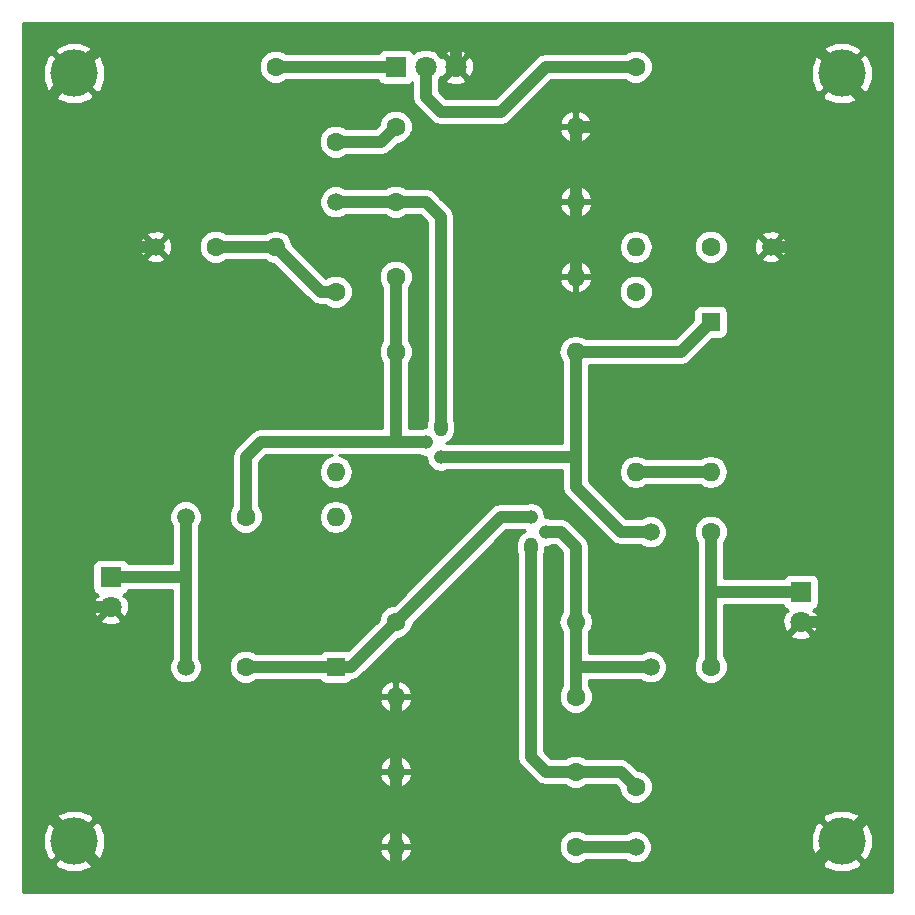
<source format=gbr>
G04 #@! TF.FileFunction,Copper,L2,Bot,Signal*
%FSLAX46Y46*%
G04 Gerber Fmt 4.6, Leading zero omitted, Abs format (unit mm)*
G04 Created by KiCad (PCBNEW 4.0.7) date 04/29/18 15:17:50*
%MOMM*%
%LPD*%
G01*
G04 APERTURE LIST*
%ADD10C,0.100000*%
%ADD11C,1.600000*%
%ADD12C,1.500000*%
%ADD13R,1.600000X1.600000*%
%ADD14O,1.600000X1.600000*%
%ADD15C,4.000000*%
%ADD16R,1.800000X1.800000*%
%ADD17C,1.800000*%
%ADD18O,1.200000X1.600000*%
%ADD19O,1.200000X1.200000*%
%ADD20C,1.000000*%
%ADD21C,0.254000*%
G04 APERTURE END LIST*
D10*
D11*
X125730000Y-91440000D03*
D12*
X120650000Y-91440000D03*
D11*
X125730000Y-104140000D03*
D12*
X120650000Y-104140000D03*
D11*
X165100000Y-68580000D03*
D12*
X170180000Y-68580000D03*
D11*
X123190000Y-68580000D03*
D12*
X118110000Y-68580000D03*
D11*
X158750000Y-114300000D03*
D12*
X158750000Y-119380000D03*
D11*
X133350000Y-59690000D03*
D12*
X133350000Y-64770000D03*
D11*
X165100000Y-92710000D03*
D12*
X160020000Y-92710000D03*
D11*
X165100000Y-104140000D03*
D12*
X160020000Y-104140000D03*
D13*
X165100000Y-74930000D03*
D14*
X165100000Y-87630000D03*
D13*
X133350000Y-104140000D03*
D14*
X133350000Y-91440000D03*
D15*
X111200000Y-118890000D03*
X176200000Y-118890000D03*
X111200000Y-53890000D03*
X176200000Y-53890000D03*
D16*
X138430000Y-53340000D03*
D17*
X140970000Y-53340000D03*
X143510000Y-53340000D03*
D16*
X114300000Y-96520000D03*
D17*
X114300000Y-99060000D03*
D16*
X172720000Y-97790000D03*
D17*
X172720000Y-100330000D03*
D18*
X142240000Y-83820000D03*
D19*
X140970000Y-85090000D03*
X142240000Y-86360000D03*
D18*
X149860000Y-93980000D03*
D19*
X151130000Y-92710000D03*
X149860000Y-91440000D03*
D11*
X158750000Y-53340000D03*
D14*
X158750000Y-68580000D03*
D11*
X128270000Y-53340000D03*
D14*
X128270000Y-68580000D03*
D11*
X138430000Y-71120000D03*
D14*
X153670000Y-71120000D03*
D11*
X153670000Y-119380000D03*
D14*
X138430000Y-119380000D03*
D11*
X158750000Y-72390000D03*
D14*
X158750000Y-87630000D03*
D11*
X138430000Y-77470000D03*
D14*
X153670000Y-77470000D03*
D11*
X133350000Y-72390000D03*
D14*
X133350000Y-87630000D03*
D11*
X138430000Y-64770000D03*
D14*
X153670000Y-64770000D03*
D11*
X153670000Y-113030000D03*
D14*
X138430000Y-113030000D03*
D11*
X138430000Y-100330000D03*
D14*
X153670000Y-100330000D03*
D11*
X138430000Y-58420000D03*
D14*
X153670000Y-58420000D03*
D11*
X153670000Y-106680000D03*
D14*
X138430000Y-106680000D03*
D20*
X138430000Y-77470000D02*
X138430000Y-85090000D01*
X125730000Y-91440000D02*
X125730000Y-86360000D01*
X125730000Y-86360000D02*
X127000000Y-85090000D01*
X127000000Y-85090000D02*
X138430000Y-85090000D01*
X138430000Y-85090000D02*
X140970000Y-85090000D01*
X138430000Y-77470000D02*
X138430000Y-71120000D01*
X120650000Y-96520000D02*
X120650000Y-104140000D01*
X114300000Y-96520000D02*
X120650000Y-96520000D01*
X120650000Y-96520000D02*
X120650000Y-91440000D01*
X149860000Y-91440000D02*
X147320000Y-91440000D01*
X147320000Y-91440000D02*
X138430000Y-100330000D01*
X133350000Y-104140000D02*
X134620000Y-104140000D01*
X134620000Y-104140000D02*
X138430000Y-100330000D01*
X125730000Y-104140000D02*
X133350000Y-104140000D01*
X153670000Y-58420000D02*
X162560000Y-58420000D01*
X163830000Y-57150000D02*
X163830000Y-50800000D01*
X162560000Y-58420000D02*
X163830000Y-57150000D01*
X153670000Y-58420000D02*
X153670000Y-64770000D01*
X153670000Y-71120000D02*
X153670000Y-64770000D01*
X118110000Y-68580000D02*
X107950000Y-68580000D01*
X143510000Y-53340000D02*
X143510000Y-50800000D01*
X170180000Y-68580000D02*
X179070000Y-68580000D01*
X138430000Y-106680000D02*
X138430000Y-113030000D01*
X138430000Y-113030000D02*
X138430000Y-119380000D01*
X138430000Y-119380000D02*
X138430000Y-121920000D01*
X114300000Y-99060000D02*
X107950000Y-99060000D01*
X172720000Y-100330000D02*
X179070000Y-100330000D01*
X111200000Y-118890000D02*
X111200000Y-118820000D01*
X111200000Y-118820000D02*
X107950000Y-115570000D01*
X107950000Y-57140000D02*
X111200000Y-53890000D01*
X107950000Y-115570000D02*
X107950000Y-99060000D01*
X107950000Y-99060000D02*
X107950000Y-68580000D01*
X107950000Y-68580000D02*
X107950000Y-57140000D01*
X176200000Y-118890000D02*
X175750000Y-118890000D01*
X175750000Y-118890000D02*
X172720000Y-121920000D01*
X114230000Y-121920000D02*
X111200000Y-118890000D01*
X172720000Y-121920000D02*
X138430000Y-121920000D01*
X138430000Y-121920000D02*
X114230000Y-121920000D01*
X176200000Y-53890000D02*
X176200000Y-54280000D01*
X176200000Y-54280000D02*
X179070000Y-57150000D01*
X179070000Y-116020000D02*
X176200000Y-118890000D01*
X179070000Y-57150000D02*
X179070000Y-68580000D01*
X179070000Y-68580000D02*
X179070000Y-100330000D01*
X179070000Y-100330000D02*
X179070000Y-116020000D01*
X111200000Y-53890000D02*
X111210000Y-53890000D01*
X111210000Y-53890000D02*
X114300000Y-50800000D01*
X114300000Y-50800000D02*
X143510000Y-50800000D01*
X143510000Y-50800000D02*
X163830000Y-50800000D01*
X163830000Y-50800000D02*
X173110000Y-50800000D01*
X173110000Y-50800000D02*
X176200000Y-53890000D01*
X123190000Y-68580000D02*
X128270000Y-68580000D01*
X133350000Y-72390000D02*
X132080000Y-72390000D01*
X132080000Y-72390000D02*
X128270000Y-68580000D01*
X153670000Y-113030000D02*
X157480000Y-113030000D01*
X157480000Y-113030000D02*
X158750000Y-114300000D01*
X149860000Y-93980000D02*
X149860000Y-111760000D01*
X151130000Y-113030000D02*
X153670000Y-113030000D01*
X149860000Y-111760000D02*
X151130000Y-113030000D01*
X158750000Y-119380000D02*
X153670000Y-119380000D01*
X133350000Y-59690000D02*
X137160000Y-59690000D01*
X137160000Y-59690000D02*
X138430000Y-58420000D01*
X138430000Y-64770000D02*
X133350000Y-64770000D01*
X142240000Y-83820000D02*
X142240000Y-66040000D01*
X140970000Y-64770000D02*
X138430000Y-64770000D01*
X142240000Y-66040000D02*
X140970000Y-64770000D01*
X172720000Y-97790000D02*
X165100000Y-97790000D01*
X165100000Y-92710000D02*
X165100000Y-97790000D01*
X165100000Y-97790000D02*
X165100000Y-104140000D01*
X142240000Y-86360000D02*
X153670000Y-86360000D01*
X153670000Y-77470000D02*
X162560000Y-77470000D01*
X162560000Y-77470000D02*
X165100000Y-74930000D01*
X153670000Y-77470000D02*
X153670000Y-86360000D01*
X153670000Y-86360000D02*
X153670000Y-88900000D01*
X157480000Y-92710000D02*
X160020000Y-92710000D01*
X153670000Y-88900000D02*
X157480000Y-92710000D01*
X160020000Y-104140000D02*
X153670000Y-104140000D01*
X153670000Y-100330000D02*
X153670000Y-104140000D01*
X153670000Y-104140000D02*
X153670000Y-106680000D01*
X151130000Y-92710000D02*
X152400000Y-92710000D01*
X153670000Y-93980000D02*
X153670000Y-100330000D01*
X152400000Y-92710000D02*
X153670000Y-93980000D01*
X158750000Y-87630000D02*
X165100000Y-87630000D01*
X138430000Y-53340000D02*
X128270000Y-53340000D01*
X140970000Y-53340000D02*
X140970000Y-55880000D01*
X151130000Y-53340000D02*
X158750000Y-53340000D01*
X147320000Y-57150000D02*
X151130000Y-53340000D01*
X142240000Y-57150000D02*
X147320000Y-57150000D01*
X140970000Y-55880000D02*
X142240000Y-57150000D01*
D21*
G36*
X180490000Y-123180000D02*
X106910000Y-123180000D01*
X106910000Y-120765022D01*
X109504584Y-120765022D01*
X109725353Y-121135743D01*
X110697012Y-121529119D01*
X111745247Y-121520713D01*
X112674647Y-121135743D01*
X112895416Y-120765022D01*
X111200000Y-119069605D01*
X109504584Y-120765022D01*
X106910000Y-120765022D01*
X106910000Y-118387012D01*
X108560881Y-118387012D01*
X108569287Y-119435247D01*
X108954257Y-120364647D01*
X109324978Y-120585416D01*
X111020395Y-118890000D01*
X111379605Y-118890000D01*
X113075022Y-120585416D01*
X113445743Y-120364647D01*
X113703068Y-119729039D01*
X137038096Y-119729039D01*
X137198959Y-120117423D01*
X137574866Y-120532389D01*
X138080959Y-120771914D01*
X138303000Y-120650629D01*
X138303000Y-119507000D01*
X138557000Y-119507000D01*
X138557000Y-120650629D01*
X138779041Y-120771914D01*
X139285134Y-120532389D01*
X139661041Y-120117423D01*
X139821904Y-119729039D01*
X139786275Y-119664187D01*
X152234752Y-119664187D01*
X152452757Y-120191800D01*
X152856077Y-120595824D01*
X153383309Y-120814750D01*
X153954187Y-120815248D01*
X154481800Y-120597243D01*
X154564187Y-120515000D01*
X157926042Y-120515000D01*
X157964436Y-120553461D01*
X158473298Y-120764759D01*
X159024285Y-120765240D01*
X159024812Y-120765022D01*
X174504584Y-120765022D01*
X174725353Y-121135743D01*
X175697012Y-121529119D01*
X176745247Y-121520713D01*
X177674647Y-121135743D01*
X177895416Y-120765022D01*
X176200000Y-119069605D01*
X174504584Y-120765022D01*
X159024812Y-120765022D01*
X159533515Y-120554831D01*
X159923461Y-120165564D01*
X160134759Y-119656702D01*
X160135240Y-119105715D01*
X159924831Y-118596485D01*
X159715723Y-118387012D01*
X173560881Y-118387012D01*
X173569287Y-119435247D01*
X173954257Y-120364647D01*
X174324978Y-120585416D01*
X176020395Y-118890000D01*
X176379605Y-118890000D01*
X178075022Y-120585416D01*
X178445743Y-120364647D01*
X178839119Y-119392988D01*
X178830713Y-118344753D01*
X178445743Y-117415353D01*
X178075022Y-117194584D01*
X176379605Y-118890000D01*
X176020395Y-118890000D01*
X174324978Y-117194584D01*
X173954257Y-117415353D01*
X173560881Y-118387012D01*
X159715723Y-118387012D01*
X159535564Y-118206539D01*
X159026702Y-117995241D01*
X158475715Y-117994760D01*
X157966485Y-118205169D01*
X157926585Y-118245000D01*
X154564606Y-118245000D01*
X154483923Y-118164176D01*
X153956691Y-117945250D01*
X153385813Y-117944752D01*
X152858200Y-118162757D01*
X152454176Y-118566077D01*
X152235250Y-119093309D01*
X152234752Y-119664187D01*
X139786275Y-119664187D01*
X139699915Y-119507000D01*
X138557000Y-119507000D01*
X138303000Y-119507000D01*
X137160085Y-119507000D01*
X137038096Y-119729039D01*
X113703068Y-119729039D01*
X113839119Y-119392988D01*
X113836216Y-119030961D01*
X137038096Y-119030961D01*
X137160085Y-119253000D01*
X138303000Y-119253000D01*
X138303000Y-118109371D01*
X138557000Y-118109371D01*
X138557000Y-119253000D01*
X139699915Y-119253000D01*
X139821904Y-119030961D01*
X139661041Y-118642577D01*
X139285134Y-118227611D01*
X138779041Y-117988086D01*
X138557000Y-118109371D01*
X138303000Y-118109371D01*
X138080959Y-117988086D01*
X137574866Y-118227611D01*
X137198959Y-118642577D01*
X137038096Y-119030961D01*
X113836216Y-119030961D01*
X113830713Y-118344753D01*
X113445743Y-117415353D01*
X113075022Y-117194584D01*
X111379605Y-118890000D01*
X111020395Y-118890000D01*
X109324978Y-117194584D01*
X108954257Y-117415353D01*
X108560881Y-118387012D01*
X106910000Y-118387012D01*
X106910000Y-117014978D01*
X109504584Y-117014978D01*
X111200000Y-118710395D01*
X112895416Y-117014978D01*
X174504584Y-117014978D01*
X176200000Y-118710395D01*
X177895416Y-117014978D01*
X177674647Y-116644257D01*
X176702988Y-116250881D01*
X175654753Y-116259287D01*
X174725353Y-116644257D01*
X174504584Y-117014978D01*
X112895416Y-117014978D01*
X112674647Y-116644257D01*
X111702988Y-116250881D01*
X110654753Y-116259287D01*
X109725353Y-116644257D01*
X109504584Y-117014978D01*
X106910000Y-117014978D01*
X106910000Y-113379039D01*
X137038096Y-113379039D01*
X137198959Y-113767423D01*
X137574866Y-114182389D01*
X138080959Y-114421914D01*
X138303000Y-114300629D01*
X138303000Y-113157000D01*
X138557000Y-113157000D01*
X138557000Y-114300629D01*
X138779041Y-114421914D01*
X139285134Y-114182389D01*
X139661041Y-113767423D01*
X139821904Y-113379039D01*
X139699915Y-113157000D01*
X138557000Y-113157000D01*
X138303000Y-113157000D01*
X137160085Y-113157000D01*
X137038096Y-113379039D01*
X106910000Y-113379039D01*
X106910000Y-112680961D01*
X137038096Y-112680961D01*
X137160085Y-112903000D01*
X138303000Y-112903000D01*
X138303000Y-111759371D01*
X138557000Y-111759371D01*
X138557000Y-112903000D01*
X139699915Y-112903000D01*
X139821904Y-112680961D01*
X139661041Y-112292577D01*
X139285134Y-111877611D01*
X138779041Y-111638086D01*
X138557000Y-111759371D01*
X138303000Y-111759371D01*
X138080959Y-111638086D01*
X137574866Y-111877611D01*
X137198959Y-112292577D01*
X137038096Y-112680961D01*
X106910000Y-112680961D01*
X106910000Y-107029039D01*
X137038096Y-107029039D01*
X137198959Y-107417423D01*
X137574866Y-107832389D01*
X138080959Y-108071914D01*
X138303000Y-107950629D01*
X138303000Y-106807000D01*
X138557000Y-106807000D01*
X138557000Y-107950629D01*
X138779041Y-108071914D01*
X139285134Y-107832389D01*
X139661041Y-107417423D01*
X139821904Y-107029039D01*
X139699915Y-106807000D01*
X138557000Y-106807000D01*
X138303000Y-106807000D01*
X137160085Y-106807000D01*
X137038096Y-107029039D01*
X106910000Y-107029039D01*
X106910000Y-106330961D01*
X137038096Y-106330961D01*
X137160085Y-106553000D01*
X138303000Y-106553000D01*
X138303000Y-105409371D01*
X138557000Y-105409371D01*
X138557000Y-106553000D01*
X139699915Y-106553000D01*
X139821904Y-106330961D01*
X139661041Y-105942577D01*
X139285134Y-105527611D01*
X138779041Y-105288086D01*
X138557000Y-105409371D01*
X138303000Y-105409371D01*
X138080959Y-105288086D01*
X137574866Y-105527611D01*
X137198959Y-105942577D01*
X137038096Y-106330961D01*
X106910000Y-106330961D01*
X106910000Y-100140159D01*
X113399446Y-100140159D01*
X113485852Y-100396643D01*
X114059336Y-100606458D01*
X114669460Y-100580839D01*
X115114148Y-100396643D01*
X115200554Y-100140159D01*
X114300000Y-99239605D01*
X113399446Y-100140159D01*
X106910000Y-100140159D01*
X106910000Y-95620000D01*
X112752560Y-95620000D01*
X112752560Y-97420000D01*
X112796838Y-97655317D01*
X112935910Y-97871441D01*
X113139574Y-98010598D01*
X113105282Y-98044890D01*
X113219839Y-98159447D01*
X112963357Y-98245852D01*
X112753542Y-98819336D01*
X112779161Y-99429460D01*
X112963357Y-99874148D01*
X113219841Y-99960554D01*
X114120395Y-99060000D01*
X114106253Y-99045858D01*
X114285858Y-98866253D01*
X114300000Y-98880395D01*
X114314143Y-98866253D01*
X114493748Y-99045858D01*
X114479605Y-99060000D01*
X115380159Y-99960554D01*
X115636643Y-99874148D01*
X115846458Y-99300664D01*
X115820839Y-98690540D01*
X115636643Y-98245852D01*
X115380161Y-98159447D01*
X115494718Y-98044890D01*
X115458240Y-98008412D01*
X115651441Y-97884090D01*
X115796431Y-97671890D01*
X115799851Y-97655000D01*
X119515000Y-97655000D01*
X119515000Y-103316042D01*
X119476539Y-103354436D01*
X119265241Y-103863298D01*
X119264760Y-104414285D01*
X119475169Y-104923515D01*
X119864436Y-105313461D01*
X120373298Y-105524759D01*
X120924285Y-105525240D01*
X121433515Y-105314831D01*
X121823461Y-104925564D01*
X122031650Y-104424187D01*
X124294752Y-104424187D01*
X124512757Y-104951800D01*
X124916077Y-105355824D01*
X125443309Y-105574750D01*
X126014187Y-105575248D01*
X126541800Y-105357243D01*
X126624187Y-105275000D01*
X132010982Y-105275000D01*
X132085910Y-105391441D01*
X132298110Y-105536431D01*
X132550000Y-105587440D01*
X134150000Y-105587440D01*
X134385317Y-105543162D01*
X134601441Y-105404090D01*
X134700599Y-105258968D01*
X135054346Y-105188603D01*
X135422566Y-104942566D01*
X138599984Y-101765148D01*
X138714187Y-101765248D01*
X139241800Y-101547243D01*
X139645824Y-101143923D01*
X139864750Y-100616691D01*
X139864852Y-100500281D01*
X147790133Y-92575000D01*
X149342209Y-92575000D01*
X149387386Y-92605186D01*
X149401739Y-92608041D01*
X149387386Y-92610896D01*
X148986723Y-92878610D01*
X148719009Y-93279273D01*
X148625000Y-93751887D01*
X148625000Y-94208113D01*
X148719009Y-94680727D01*
X148725000Y-94689693D01*
X148725000Y-111760000D01*
X148811397Y-112194346D01*
X148827336Y-112218200D01*
X149057434Y-112562566D01*
X150327434Y-113832566D01*
X150695654Y-114078603D01*
X151130000Y-114165000D01*
X152775394Y-114165000D01*
X152856077Y-114245824D01*
X153383309Y-114464750D01*
X153954187Y-114465248D01*
X154481800Y-114247243D01*
X154564187Y-114165000D01*
X157009868Y-114165000D01*
X157314852Y-114469984D01*
X157314752Y-114584187D01*
X157532757Y-115111800D01*
X157936077Y-115515824D01*
X158463309Y-115734750D01*
X159034187Y-115735248D01*
X159561800Y-115517243D01*
X159965824Y-115113923D01*
X160184750Y-114586691D01*
X160185248Y-114015813D01*
X159967243Y-113488200D01*
X159563923Y-113084176D01*
X159036691Y-112865250D01*
X158920280Y-112865148D01*
X158282566Y-112227434D01*
X158233045Y-112194345D01*
X157914346Y-111981397D01*
X157480000Y-111895000D01*
X154564606Y-111895000D01*
X154483923Y-111814176D01*
X153956691Y-111595250D01*
X153385813Y-111594752D01*
X152858200Y-111812757D01*
X152775813Y-111895000D01*
X151600132Y-111895000D01*
X150995000Y-111289868D01*
X150995000Y-94689693D01*
X151000991Y-94680727D01*
X151095000Y-94208113D01*
X151095000Y-93962233D01*
X151130000Y-93969195D01*
X151602614Y-93875186D01*
X151647791Y-93845000D01*
X151929868Y-93845000D01*
X152535000Y-94450132D01*
X152535000Y-99453272D01*
X152316120Y-99780849D01*
X152206887Y-100330000D01*
X152316120Y-100879151D01*
X152535000Y-101206728D01*
X152535000Y-105785394D01*
X152454176Y-105866077D01*
X152235250Y-106393309D01*
X152234752Y-106964187D01*
X152452757Y-107491800D01*
X152856077Y-107895824D01*
X153383309Y-108114750D01*
X153954187Y-108115248D01*
X154481800Y-107897243D01*
X154885824Y-107493923D01*
X155104750Y-106966691D01*
X155105248Y-106395813D01*
X154887243Y-105868200D01*
X154805000Y-105785813D01*
X154805000Y-105275000D01*
X159196042Y-105275000D01*
X159234436Y-105313461D01*
X159743298Y-105524759D01*
X160294285Y-105525240D01*
X160803515Y-105314831D01*
X161193461Y-104925564D01*
X161404759Y-104416702D01*
X161405240Y-103865715D01*
X161194831Y-103356485D01*
X160805564Y-102966539D01*
X160296702Y-102755241D01*
X159745715Y-102754760D01*
X159236485Y-102965169D01*
X159196585Y-103005000D01*
X154805000Y-103005000D01*
X154805000Y-101206728D01*
X155023880Y-100879151D01*
X155133113Y-100330000D01*
X155023880Y-99780849D01*
X154805000Y-99453272D01*
X154805000Y-93980000D01*
X154718603Y-93545654D01*
X154472566Y-93177434D01*
X153202566Y-91907434D01*
X152932065Y-91726691D01*
X152834346Y-91661397D01*
X152400000Y-91575000D01*
X151647791Y-91575000D01*
X151602614Y-91544814D01*
X151130000Y-91450805D01*
X151095000Y-91457767D01*
X151095000Y-91415805D01*
X151000991Y-90943191D01*
X150733277Y-90542528D01*
X150332614Y-90274814D01*
X149860000Y-90180805D01*
X149387386Y-90274814D01*
X149342209Y-90305000D01*
X147320000Y-90305000D01*
X146885655Y-90391396D01*
X146517434Y-90637433D01*
X138260016Y-98894852D01*
X138145813Y-98894752D01*
X137618200Y-99112757D01*
X137214176Y-99516077D01*
X136995250Y-100043309D01*
X136995148Y-100159720D01*
X134407480Y-102747388D01*
X134401890Y-102743569D01*
X134150000Y-102692560D01*
X132550000Y-102692560D01*
X132314683Y-102736838D01*
X132098559Y-102875910D01*
X132010356Y-103005000D01*
X126624606Y-103005000D01*
X126543923Y-102924176D01*
X126016691Y-102705250D01*
X125445813Y-102704752D01*
X124918200Y-102922757D01*
X124514176Y-103326077D01*
X124295250Y-103853309D01*
X124294752Y-104424187D01*
X122031650Y-104424187D01*
X122034759Y-104416702D01*
X122035240Y-103865715D01*
X121824831Y-103356485D01*
X121785000Y-103316585D01*
X121785000Y-92263958D01*
X121823461Y-92225564D01*
X122031650Y-91724187D01*
X124294752Y-91724187D01*
X124512757Y-92251800D01*
X124916077Y-92655824D01*
X125443309Y-92874750D01*
X126014187Y-92875248D01*
X126541800Y-92657243D01*
X126945824Y-92253923D01*
X127164750Y-91726691D01*
X127165024Y-91411887D01*
X131915000Y-91411887D01*
X131915000Y-91468113D01*
X132024233Y-92017264D01*
X132335302Y-92482811D01*
X132800849Y-92793880D01*
X133350000Y-92903113D01*
X133899151Y-92793880D01*
X134364698Y-92482811D01*
X134675767Y-92017264D01*
X134785000Y-91468113D01*
X134785000Y-91411887D01*
X134675767Y-90862736D01*
X134364698Y-90397189D01*
X133899151Y-90086120D01*
X133350000Y-89976887D01*
X132800849Y-90086120D01*
X132335302Y-90397189D01*
X132024233Y-90862736D01*
X131915000Y-91411887D01*
X127165024Y-91411887D01*
X127165248Y-91155813D01*
X126947243Y-90628200D01*
X126865000Y-90545813D01*
X126865000Y-86830132D01*
X127470132Y-86225000D01*
X133057846Y-86225000D01*
X132800849Y-86276120D01*
X132335302Y-86587189D01*
X132024233Y-87052736D01*
X131915000Y-87601887D01*
X131915000Y-87658113D01*
X132024233Y-88207264D01*
X132335302Y-88672811D01*
X132800849Y-88983880D01*
X133350000Y-89093113D01*
X133899151Y-88983880D01*
X134364698Y-88672811D01*
X134675767Y-88207264D01*
X134785000Y-87658113D01*
X134785000Y-87601887D01*
X134675767Y-87052736D01*
X134364698Y-86587189D01*
X133899151Y-86276120D01*
X133642154Y-86225000D01*
X140452209Y-86225000D01*
X140497386Y-86255186D01*
X140970000Y-86349195D01*
X141005000Y-86342233D01*
X141005000Y-86384195D01*
X141099009Y-86856809D01*
X141366723Y-87257472D01*
X141767386Y-87525186D01*
X142240000Y-87619195D01*
X142712614Y-87525186D01*
X142757791Y-87495000D01*
X152535000Y-87495000D01*
X152535000Y-88900000D01*
X152621397Y-89334346D01*
X152867434Y-89702566D01*
X156677434Y-93512566D01*
X157045655Y-93758604D01*
X157480000Y-93845000D01*
X159196042Y-93845000D01*
X159234436Y-93883461D01*
X159743298Y-94094759D01*
X160294285Y-94095240D01*
X160803515Y-93884831D01*
X161193461Y-93495564D01*
X161401650Y-92994187D01*
X163664752Y-92994187D01*
X163882757Y-93521800D01*
X163965000Y-93604187D01*
X163965000Y-103245394D01*
X163884176Y-103326077D01*
X163665250Y-103853309D01*
X163664752Y-104424187D01*
X163882757Y-104951800D01*
X164286077Y-105355824D01*
X164813309Y-105574750D01*
X165384187Y-105575248D01*
X165911800Y-105357243D01*
X166315824Y-104953923D01*
X166534750Y-104426691D01*
X166535248Y-103855813D01*
X166317243Y-103328200D01*
X166235000Y-103245813D01*
X166235000Y-101410159D01*
X171819446Y-101410159D01*
X171905852Y-101666643D01*
X172479336Y-101876458D01*
X173089460Y-101850839D01*
X173534148Y-101666643D01*
X173620554Y-101410159D01*
X172720000Y-100509605D01*
X171819446Y-101410159D01*
X166235000Y-101410159D01*
X166235000Y-98925000D01*
X171216778Y-98925000D01*
X171216838Y-98925317D01*
X171355910Y-99141441D01*
X171559574Y-99280598D01*
X171525282Y-99314890D01*
X171639839Y-99429447D01*
X171383357Y-99515852D01*
X171173542Y-100089336D01*
X171199161Y-100699460D01*
X171383357Y-101144148D01*
X171639841Y-101230554D01*
X172540395Y-100330000D01*
X172526253Y-100315858D01*
X172705858Y-100136253D01*
X172720000Y-100150395D01*
X172734143Y-100136253D01*
X172913748Y-100315858D01*
X172899605Y-100330000D01*
X173800159Y-101230554D01*
X174056643Y-101144148D01*
X174266458Y-100570664D01*
X174240839Y-99960540D01*
X174056643Y-99515852D01*
X173800161Y-99429447D01*
X173914718Y-99314890D01*
X173878240Y-99278412D01*
X174071441Y-99154090D01*
X174216431Y-98941890D01*
X174267440Y-98690000D01*
X174267440Y-96890000D01*
X174223162Y-96654683D01*
X174084090Y-96438559D01*
X173871890Y-96293569D01*
X173620000Y-96242560D01*
X171820000Y-96242560D01*
X171584683Y-96286838D01*
X171368559Y-96425910D01*
X171223569Y-96638110D01*
X171220149Y-96655000D01*
X166235000Y-96655000D01*
X166235000Y-93604606D01*
X166315824Y-93523923D01*
X166534750Y-92996691D01*
X166535248Y-92425813D01*
X166317243Y-91898200D01*
X165913923Y-91494176D01*
X165386691Y-91275250D01*
X164815813Y-91274752D01*
X164288200Y-91492757D01*
X163884176Y-91896077D01*
X163665250Y-92423309D01*
X163664752Y-92994187D01*
X161401650Y-92994187D01*
X161404759Y-92986702D01*
X161405240Y-92435715D01*
X161194831Y-91926485D01*
X160805564Y-91536539D01*
X160296702Y-91325241D01*
X159745715Y-91324760D01*
X159236485Y-91535169D01*
X159196585Y-91575000D01*
X157950132Y-91575000D01*
X154805000Y-88429868D01*
X154805000Y-87601887D01*
X157315000Y-87601887D01*
X157315000Y-87658113D01*
X157424233Y-88207264D01*
X157735302Y-88672811D01*
X158200849Y-88983880D01*
X158750000Y-89093113D01*
X159299151Y-88983880D01*
X159626728Y-88765000D01*
X164223272Y-88765000D01*
X164550849Y-88983880D01*
X165100000Y-89093113D01*
X165649151Y-88983880D01*
X166114698Y-88672811D01*
X166425767Y-88207264D01*
X166535000Y-87658113D01*
X166535000Y-87601887D01*
X166425767Y-87052736D01*
X166114698Y-86587189D01*
X165649151Y-86276120D01*
X165100000Y-86166887D01*
X164550849Y-86276120D01*
X164223272Y-86495000D01*
X159626728Y-86495000D01*
X159299151Y-86276120D01*
X158750000Y-86166887D01*
X158200849Y-86276120D01*
X157735302Y-86587189D01*
X157424233Y-87052736D01*
X157315000Y-87601887D01*
X154805000Y-87601887D01*
X154805000Y-78605000D01*
X162560000Y-78605000D01*
X162994346Y-78518603D01*
X163362566Y-78272566D01*
X165257693Y-76377440D01*
X165900000Y-76377440D01*
X166135317Y-76333162D01*
X166351441Y-76194090D01*
X166496431Y-75981890D01*
X166547440Y-75730000D01*
X166547440Y-74130000D01*
X166503162Y-73894683D01*
X166364090Y-73678559D01*
X166151890Y-73533569D01*
X165900000Y-73482560D01*
X164300000Y-73482560D01*
X164064683Y-73526838D01*
X163848559Y-73665910D01*
X163703569Y-73878110D01*
X163652560Y-74130000D01*
X163652560Y-74772307D01*
X162089868Y-76335000D01*
X154532767Y-76335000D01*
X154247264Y-76144233D01*
X153698113Y-76035000D01*
X153641887Y-76035000D01*
X153092736Y-76144233D01*
X152627189Y-76455302D01*
X152316120Y-76920849D01*
X152206887Y-77470000D01*
X152316120Y-78019151D01*
X152535000Y-78346728D01*
X152535000Y-85225000D01*
X142757791Y-85225000D01*
X142712614Y-85194814D01*
X142698261Y-85191959D01*
X142712614Y-85189104D01*
X143113277Y-84921390D01*
X143380991Y-84520727D01*
X143475000Y-84048113D01*
X143475000Y-83591887D01*
X143380991Y-83119273D01*
X143375000Y-83110307D01*
X143375000Y-72674187D01*
X157314752Y-72674187D01*
X157532757Y-73201800D01*
X157936077Y-73605824D01*
X158463309Y-73824750D01*
X159034187Y-73825248D01*
X159561800Y-73607243D01*
X159965824Y-73203923D01*
X160184750Y-72676691D01*
X160185248Y-72105813D01*
X159967243Y-71578200D01*
X159563923Y-71174176D01*
X159036691Y-70955250D01*
X158465813Y-70954752D01*
X157938200Y-71172757D01*
X157534176Y-71576077D01*
X157315250Y-72103309D01*
X157314752Y-72674187D01*
X143375000Y-72674187D01*
X143375000Y-71469039D01*
X152278096Y-71469039D01*
X152438959Y-71857423D01*
X152814866Y-72272389D01*
X153320959Y-72511914D01*
X153543000Y-72390629D01*
X153543000Y-71247000D01*
X153797000Y-71247000D01*
X153797000Y-72390629D01*
X154019041Y-72511914D01*
X154525134Y-72272389D01*
X154901041Y-71857423D01*
X155061904Y-71469039D01*
X154939915Y-71247000D01*
X153797000Y-71247000D01*
X153543000Y-71247000D01*
X152400085Y-71247000D01*
X152278096Y-71469039D01*
X143375000Y-71469039D01*
X143375000Y-70770961D01*
X152278096Y-70770961D01*
X152400085Y-70993000D01*
X153543000Y-70993000D01*
X153543000Y-69849371D01*
X153797000Y-69849371D01*
X153797000Y-70993000D01*
X154939915Y-70993000D01*
X155061904Y-70770961D01*
X154901041Y-70382577D01*
X154525134Y-69967611D01*
X154019041Y-69728086D01*
X153797000Y-69849371D01*
X153543000Y-69849371D01*
X153320959Y-69728086D01*
X152814866Y-69967611D01*
X152438959Y-70382577D01*
X152278096Y-70770961D01*
X143375000Y-70770961D01*
X143375000Y-68551887D01*
X157315000Y-68551887D01*
X157315000Y-68608113D01*
X157424233Y-69157264D01*
X157735302Y-69622811D01*
X158200849Y-69933880D01*
X158750000Y-70043113D01*
X159299151Y-69933880D01*
X159764698Y-69622811D01*
X160075767Y-69157264D01*
X160134063Y-68864187D01*
X163664752Y-68864187D01*
X163882757Y-69391800D01*
X164286077Y-69795824D01*
X164813309Y-70014750D01*
X165384187Y-70015248D01*
X165911800Y-69797243D01*
X166157954Y-69551517D01*
X169388088Y-69551517D01*
X169456077Y-69792460D01*
X169975171Y-69977201D01*
X170525448Y-69949230D01*
X170903923Y-69792460D01*
X170971912Y-69551517D01*
X170180000Y-68759605D01*
X169388088Y-69551517D01*
X166157954Y-69551517D01*
X166315824Y-69393923D01*
X166534750Y-68866691D01*
X166535178Y-68375171D01*
X168782799Y-68375171D01*
X168810770Y-68925448D01*
X168967540Y-69303923D01*
X169208483Y-69371912D01*
X170000395Y-68580000D01*
X170359605Y-68580000D01*
X171151517Y-69371912D01*
X171392460Y-69303923D01*
X171577201Y-68784829D01*
X171549230Y-68234552D01*
X171392460Y-67856077D01*
X171151517Y-67788088D01*
X170359605Y-68580000D01*
X170000395Y-68580000D01*
X169208483Y-67788088D01*
X168967540Y-67856077D01*
X168782799Y-68375171D01*
X166535178Y-68375171D01*
X166535248Y-68295813D01*
X166317243Y-67768200D01*
X166157805Y-67608483D01*
X169388088Y-67608483D01*
X170180000Y-68400395D01*
X170971912Y-67608483D01*
X170903923Y-67367540D01*
X170384829Y-67182799D01*
X169834552Y-67210770D01*
X169456077Y-67367540D01*
X169388088Y-67608483D01*
X166157805Y-67608483D01*
X165913923Y-67364176D01*
X165386691Y-67145250D01*
X164815813Y-67144752D01*
X164288200Y-67362757D01*
X163884176Y-67766077D01*
X163665250Y-68293309D01*
X163664752Y-68864187D01*
X160134063Y-68864187D01*
X160185000Y-68608113D01*
X160185000Y-68551887D01*
X160075767Y-68002736D01*
X159764698Y-67537189D01*
X159299151Y-67226120D01*
X158750000Y-67116887D01*
X158200849Y-67226120D01*
X157735302Y-67537189D01*
X157424233Y-68002736D01*
X157315000Y-68551887D01*
X143375000Y-68551887D01*
X143375000Y-66040000D01*
X143288603Y-65605654D01*
X143042566Y-65237434D01*
X142924171Y-65119039D01*
X152278096Y-65119039D01*
X152438959Y-65507423D01*
X152814866Y-65922389D01*
X153320959Y-66161914D01*
X153543000Y-66040629D01*
X153543000Y-64897000D01*
X153797000Y-64897000D01*
X153797000Y-66040629D01*
X154019041Y-66161914D01*
X154525134Y-65922389D01*
X154901041Y-65507423D01*
X155061904Y-65119039D01*
X154939915Y-64897000D01*
X153797000Y-64897000D01*
X153543000Y-64897000D01*
X152400085Y-64897000D01*
X152278096Y-65119039D01*
X142924171Y-65119039D01*
X142226093Y-64420961D01*
X152278096Y-64420961D01*
X152400085Y-64643000D01*
X153543000Y-64643000D01*
X153543000Y-63499371D01*
X153797000Y-63499371D01*
X153797000Y-64643000D01*
X154939915Y-64643000D01*
X155061904Y-64420961D01*
X154901041Y-64032577D01*
X154525134Y-63617611D01*
X154019041Y-63378086D01*
X153797000Y-63499371D01*
X153543000Y-63499371D01*
X153320959Y-63378086D01*
X152814866Y-63617611D01*
X152438959Y-64032577D01*
X152278096Y-64420961D01*
X142226093Y-64420961D01*
X141772566Y-63967434D01*
X141755569Y-63956077D01*
X141404346Y-63721397D01*
X140970000Y-63635000D01*
X139324606Y-63635000D01*
X139243923Y-63554176D01*
X138716691Y-63335250D01*
X138145813Y-63334752D01*
X137618200Y-63552757D01*
X137535813Y-63635000D01*
X134173958Y-63635000D01*
X134135564Y-63596539D01*
X133626702Y-63385241D01*
X133075715Y-63384760D01*
X132566485Y-63595169D01*
X132176539Y-63984436D01*
X131965241Y-64493298D01*
X131964760Y-65044285D01*
X132175169Y-65553515D01*
X132564436Y-65943461D01*
X133073298Y-66154759D01*
X133624285Y-66155240D01*
X134133515Y-65944831D01*
X134173415Y-65905000D01*
X137535394Y-65905000D01*
X137616077Y-65985824D01*
X138143309Y-66204750D01*
X138714187Y-66205248D01*
X139241800Y-65987243D01*
X139324187Y-65905000D01*
X140499868Y-65905000D01*
X141105000Y-66510132D01*
X141105000Y-83110307D01*
X141099009Y-83119273D01*
X141005000Y-83591887D01*
X141005000Y-83837767D01*
X140970000Y-83830805D01*
X140497386Y-83924814D01*
X140452209Y-83955000D01*
X139565000Y-83955000D01*
X139565000Y-78364606D01*
X139645824Y-78283923D01*
X139864750Y-77756691D01*
X139865248Y-77185813D01*
X139647243Y-76658200D01*
X139565000Y-76575813D01*
X139565000Y-72014606D01*
X139645824Y-71933923D01*
X139864750Y-71406691D01*
X139865248Y-70835813D01*
X139647243Y-70308200D01*
X139243923Y-69904176D01*
X138716691Y-69685250D01*
X138145813Y-69684752D01*
X137618200Y-69902757D01*
X137214176Y-70306077D01*
X136995250Y-70833309D01*
X136994752Y-71404187D01*
X137212757Y-71931800D01*
X137295000Y-72014187D01*
X137295000Y-76575394D01*
X137214176Y-76656077D01*
X136995250Y-77183309D01*
X136994752Y-77754187D01*
X137212757Y-78281800D01*
X137295000Y-78364187D01*
X137295000Y-83955000D01*
X127000000Y-83955000D01*
X126565654Y-84041397D01*
X126339471Y-84192528D01*
X126197434Y-84287434D01*
X124927434Y-85557434D01*
X124681397Y-85925654D01*
X124595000Y-86360000D01*
X124595000Y-90545394D01*
X124514176Y-90626077D01*
X124295250Y-91153309D01*
X124294752Y-91724187D01*
X122031650Y-91724187D01*
X122034759Y-91716702D01*
X122035240Y-91165715D01*
X121824831Y-90656485D01*
X121435564Y-90266539D01*
X120926702Y-90055241D01*
X120375715Y-90054760D01*
X119866485Y-90265169D01*
X119476539Y-90654436D01*
X119265241Y-91163298D01*
X119264760Y-91714285D01*
X119475169Y-92223515D01*
X119515000Y-92263415D01*
X119515000Y-95385000D01*
X115803222Y-95385000D01*
X115803162Y-95384683D01*
X115664090Y-95168559D01*
X115451890Y-95023569D01*
X115200000Y-94972560D01*
X113400000Y-94972560D01*
X113164683Y-95016838D01*
X112948559Y-95155910D01*
X112803569Y-95368110D01*
X112752560Y-95620000D01*
X106910000Y-95620000D01*
X106910000Y-69551517D01*
X117318088Y-69551517D01*
X117386077Y-69792460D01*
X117905171Y-69977201D01*
X118455448Y-69949230D01*
X118833923Y-69792460D01*
X118901912Y-69551517D01*
X118110000Y-68759605D01*
X117318088Y-69551517D01*
X106910000Y-69551517D01*
X106910000Y-68375171D01*
X116712799Y-68375171D01*
X116740770Y-68925448D01*
X116897540Y-69303923D01*
X117138483Y-69371912D01*
X117930395Y-68580000D01*
X118289605Y-68580000D01*
X119081517Y-69371912D01*
X119322460Y-69303923D01*
X119478958Y-68864187D01*
X121754752Y-68864187D01*
X121972757Y-69391800D01*
X122376077Y-69795824D01*
X122903309Y-70014750D01*
X123474187Y-70015248D01*
X124001800Y-69797243D01*
X124084187Y-69715000D01*
X127393272Y-69715000D01*
X127720849Y-69933880D01*
X128092717Y-70007849D01*
X131277434Y-73192566D01*
X131645655Y-73438604D01*
X132080000Y-73525000D01*
X132455394Y-73525000D01*
X132536077Y-73605824D01*
X133063309Y-73824750D01*
X133634187Y-73825248D01*
X134161800Y-73607243D01*
X134565824Y-73203923D01*
X134784750Y-72676691D01*
X134785248Y-72105813D01*
X134567243Y-71578200D01*
X134163923Y-71174176D01*
X133636691Y-70955250D01*
X133065813Y-70954752D01*
X132538200Y-71172757D01*
X132503014Y-71207882D01*
X129669736Y-68374604D01*
X129595767Y-68002736D01*
X129284698Y-67537189D01*
X128819151Y-67226120D01*
X128270000Y-67116887D01*
X127720849Y-67226120D01*
X127393272Y-67445000D01*
X124084606Y-67445000D01*
X124003923Y-67364176D01*
X123476691Y-67145250D01*
X122905813Y-67144752D01*
X122378200Y-67362757D01*
X121974176Y-67766077D01*
X121755250Y-68293309D01*
X121754752Y-68864187D01*
X119478958Y-68864187D01*
X119507201Y-68784829D01*
X119479230Y-68234552D01*
X119322460Y-67856077D01*
X119081517Y-67788088D01*
X118289605Y-68580000D01*
X117930395Y-68580000D01*
X117138483Y-67788088D01*
X116897540Y-67856077D01*
X116712799Y-68375171D01*
X106910000Y-68375171D01*
X106910000Y-67608483D01*
X117318088Y-67608483D01*
X118110000Y-68400395D01*
X118901912Y-67608483D01*
X118833923Y-67367540D01*
X118314829Y-67182799D01*
X117764552Y-67210770D01*
X117386077Y-67367540D01*
X117318088Y-67608483D01*
X106910000Y-67608483D01*
X106910000Y-59974187D01*
X131914752Y-59974187D01*
X132132757Y-60501800D01*
X132536077Y-60905824D01*
X133063309Y-61124750D01*
X133634187Y-61125248D01*
X134161800Y-60907243D01*
X134244187Y-60825000D01*
X137160000Y-60825000D01*
X137594346Y-60738603D01*
X137962566Y-60492566D01*
X138599984Y-59855148D01*
X138714187Y-59855248D01*
X139241800Y-59637243D01*
X139645824Y-59233923D01*
X139838860Y-58769039D01*
X152278096Y-58769039D01*
X152438959Y-59157423D01*
X152814866Y-59572389D01*
X153320959Y-59811914D01*
X153543000Y-59690629D01*
X153543000Y-58547000D01*
X153797000Y-58547000D01*
X153797000Y-59690629D01*
X154019041Y-59811914D01*
X154525134Y-59572389D01*
X154901041Y-59157423D01*
X155061904Y-58769039D01*
X154939915Y-58547000D01*
X153797000Y-58547000D01*
X153543000Y-58547000D01*
X152400085Y-58547000D01*
X152278096Y-58769039D01*
X139838860Y-58769039D01*
X139864750Y-58706691D01*
X139865248Y-58135813D01*
X139647243Y-57608200D01*
X139243923Y-57204176D01*
X138716691Y-56985250D01*
X138145813Y-56984752D01*
X137618200Y-57202757D01*
X137214176Y-57606077D01*
X136995250Y-58133309D01*
X136995148Y-58249720D01*
X136689868Y-58555000D01*
X134244606Y-58555000D01*
X134163923Y-58474176D01*
X133636691Y-58255250D01*
X133065813Y-58254752D01*
X132538200Y-58472757D01*
X132134176Y-58876077D01*
X131915250Y-59403309D01*
X131914752Y-59974187D01*
X106910000Y-59974187D01*
X106910000Y-55765022D01*
X109504584Y-55765022D01*
X109725353Y-56135743D01*
X110697012Y-56529119D01*
X111745247Y-56520713D01*
X112674647Y-56135743D01*
X112895416Y-55765022D01*
X111200000Y-54069605D01*
X109504584Y-55765022D01*
X106910000Y-55765022D01*
X106910000Y-53387012D01*
X108560881Y-53387012D01*
X108569287Y-54435247D01*
X108954257Y-55364647D01*
X109324978Y-55585416D01*
X111020395Y-53890000D01*
X111379605Y-53890000D01*
X113075022Y-55585416D01*
X113445743Y-55364647D01*
X113839119Y-54392988D01*
X113832954Y-53624187D01*
X126834752Y-53624187D01*
X127052757Y-54151800D01*
X127456077Y-54555824D01*
X127983309Y-54774750D01*
X128554187Y-54775248D01*
X129081800Y-54557243D01*
X129164187Y-54475000D01*
X136926778Y-54475000D01*
X136926838Y-54475317D01*
X137065910Y-54691441D01*
X137278110Y-54836431D01*
X137530000Y-54887440D01*
X139330000Y-54887440D01*
X139565317Y-54843162D01*
X139781441Y-54704090D01*
X139835000Y-54625704D01*
X139835000Y-55880000D01*
X139921397Y-56314346D01*
X139943506Y-56347434D01*
X140167434Y-56682566D01*
X141437434Y-57952566D01*
X141805654Y-58198603D01*
X142240000Y-58285000D01*
X147320000Y-58285000D01*
X147754346Y-58198603D01*
X147945375Y-58070961D01*
X152278096Y-58070961D01*
X152400085Y-58293000D01*
X153543000Y-58293000D01*
X153543000Y-57149371D01*
X153797000Y-57149371D01*
X153797000Y-58293000D01*
X154939915Y-58293000D01*
X155061904Y-58070961D01*
X154901041Y-57682577D01*
X154525134Y-57267611D01*
X154019041Y-57028086D01*
X153797000Y-57149371D01*
X153543000Y-57149371D01*
X153320959Y-57028086D01*
X152814866Y-57267611D01*
X152438959Y-57682577D01*
X152278096Y-58070961D01*
X147945375Y-58070961D01*
X148122566Y-57952566D01*
X150310110Y-55765022D01*
X174504584Y-55765022D01*
X174725353Y-56135743D01*
X175697012Y-56529119D01*
X176745247Y-56520713D01*
X177674647Y-56135743D01*
X177895416Y-55765022D01*
X176200000Y-54069605D01*
X174504584Y-55765022D01*
X150310110Y-55765022D01*
X151600132Y-54475000D01*
X157855394Y-54475000D01*
X157936077Y-54555824D01*
X158463309Y-54774750D01*
X159034187Y-54775248D01*
X159561800Y-54557243D01*
X159965824Y-54153923D01*
X160184750Y-53626691D01*
X160184959Y-53387012D01*
X173560881Y-53387012D01*
X173569287Y-54435247D01*
X173954257Y-55364647D01*
X174324978Y-55585416D01*
X176020395Y-53890000D01*
X176379605Y-53890000D01*
X178075022Y-55585416D01*
X178445743Y-55364647D01*
X178839119Y-54392988D01*
X178830713Y-53344753D01*
X178445743Y-52415353D01*
X178075022Y-52194584D01*
X176379605Y-53890000D01*
X176020395Y-53890000D01*
X174324978Y-52194584D01*
X173954257Y-52415353D01*
X173560881Y-53387012D01*
X160184959Y-53387012D01*
X160185248Y-53055813D01*
X159967243Y-52528200D01*
X159563923Y-52124176D01*
X159300946Y-52014978D01*
X174504584Y-52014978D01*
X176200000Y-53710395D01*
X177895416Y-52014978D01*
X177674647Y-51644257D01*
X176702988Y-51250881D01*
X175654753Y-51259287D01*
X174725353Y-51644257D01*
X174504584Y-52014978D01*
X159300946Y-52014978D01*
X159036691Y-51905250D01*
X158465813Y-51904752D01*
X157938200Y-52122757D01*
X157855813Y-52205000D01*
X151130000Y-52205000D01*
X150695655Y-52291396D01*
X150327434Y-52537434D01*
X146849868Y-56015000D01*
X142710132Y-56015000D01*
X142105000Y-55409868D01*
X142105000Y-54420159D01*
X142609446Y-54420159D01*
X142695852Y-54676643D01*
X143269336Y-54886458D01*
X143879460Y-54860839D01*
X144324148Y-54676643D01*
X144410554Y-54420159D01*
X143510000Y-53519605D01*
X142609446Y-54420159D01*
X142105000Y-54420159D01*
X142105000Y-54375905D01*
X142270551Y-54210643D01*
X142279203Y-54189806D01*
X142429841Y-54240554D01*
X143330395Y-53340000D01*
X143689605Y-53340000D01*
X144590159Y-54240554D01*
X144846643Y-54154148D01*
X145056458Y-53580664D01*
X145030839Y-52970540D01*
X144846643Y-52525852D01*
X144590159Y-52439446D01*
X143689605Y-53340000D01*
X143330395Y-53340000D01*
X142429841Y-52439446D01*
X142279673Y-52490035D01*
X142272068Y-52471629D01*
X142060650Y-52259841D01*
X142609446Y-52259841D01*
X143510000Y-53160395D01*
X144410554Y-52259841D01*
X144324148Y-52003357D01*
X143750664Y-51793542D01*
X143140540Y-51819161D01*
X142695852Y-52003357D01*
X142609446Y-52259841D01*
X142060650Y-52259841D01*
X141840643Y-52039449D01*
X141276670Y-51805267D01*
X140666009Y-51804735D01*
X140101629Y-52037932D01*
X139933387Y-52205880D01*
X139933162Y-52204683D01*
X139794090Y-51988559D01*
X139581890Y-51843569D01*
X139330000Y-51792560D01*
X137530000Y-51792560D01*
X137294683Y-51836838D01*
X137078559Y-51975910D01*
X136933569Y-52188110D01*
X136930149Y-52205000D01*
X129164606Y-52205000D01*
X129083923Y-52124176D01*
X128556691Y-51905250D01*
X127985813Y-51904752D01*
X127458200Y-52122757D01*
X127054176Y-52526077D01*
X126835250Y-53053309D01*
X126834752Y-53624187D01*
X113832954Y-53624187D01*
X113830713Y-53344753D01*
X113445743Y-52415353D01*
X113075022Y-52194584D01*
X111379605Y-53890000D01*
X111020395Y-53890000D01*
X109324978Y-52194584D01*
X108954257Y-52415353D01*
X108560881Y-53387012D01*
X106910000Y-53387012D01*
X106910000Y-52014978D01*
X109504584Y-52014978D01*
X111200000Y-53710395D01*
X112895416Y-52014978D01*
X112674647Y-51644257D01*
X111702988Y-51250881D01*
X110654753Y-51259287D01*
X109725353Y-51644257D01*
X109504584Y-52014978D01*
X106910000Y-52014978D01*
X106910000Y-49600000D01*
X180490000Y-49600000D01*
X180490000Y-123180000D01*
X180490000Y-123180000D01*
G37*
X180490000Y-123180000D02*
X106910000Y-123180000D01*
X106910000Y-120765022D01*
X109504584Y-120765022D01*
X109725353Y-121135743D01*
X110697012Y-121529119D01*
X111745247Y-121520713D01*
X112674647Y-121135743D01*
X112895416Y-120765022D01*
X111200000Y-119069605D01*
X109504584Y-120765022D01*
X106910000Y-120765022D01*
X106910000Y-118387012D01*
X108560881Y-118387012D01*
X108569287Y-119435247D01*
X108954257Y-120364647D01*
X109324978Y-120585416D01*
X111020395Y-118890000D01*
X111379605Y-118890000D01*
X113075022Y-120585416D01*
X113445743Y-120364647D01*
X113703068Y-119729039D01*
X137038096Y-119729039D01*
X137198959Y-120117423D01*
X137574866Y-120532389D01*
X138080959Y-120771914D01*
X138303000Y-120650629D01*
X138303000Y-119507000D01*
X138557000Y-119507000D01*
X138557000Y-120650629D01*
X138779041Y-120771914D01*
X139285134Y-120532389D01*
X139661041Y-120117423D01*
X139821904Y-119729039D01*
X139786275Y-119664187D01*
X152234752Y-119664187D01*
X152452757Y-120191800D01*
X152856077Y-120595824D01*
X153383309Y-120814750D01*
X153954187Y-120815248D01*
X154481800Y-120597243D01*
X154564187Y-120515000D01*
X157926042Y-120515000D01*
X157964436Y-120553461D01*
X158473298Y-120764759D01*
X159024285Y-120765240D01*
X159024812Y-120765022D01*
X174504584Y-120765022D01*
X174725353Y-121135743D01*
X175697012Y-121529119D01*
X176745247Y-121520713D01*
X177674647Y-121135743D01*
X177895416Y-120765022D01*
X176200000Y-119069605D01*
X174504584Y-120765022D01*
X159024812Y-120765022D01*
X159533515Y-120554831D01*
X159923461Y-120165564D01*
X160134759Y-119656702D01*
X160135240Y-119105715D01*
X159924831Y-118596485D01*
X159715723Y-118387012D01*
X173560881Y-118387012D01*
X173569287Y-119435247D01*
X173954257Y-120364647D01*
X174324978Y-120585416D01*
X176020395Y-118890000D01*
X176379605Y-118890000D01*
X178075022Y-120585416D01*
X178445743Y-120364647D01*
X178839119Y-119392988D01*
X178830713Y-118344753D01*
X178445743Y-117415353D01*
X178075022Y-117194584D01*
X176379605Y-118890000D01*
X176020395Y-118890000D01*
X174324978Y-117194584D01*
X173954257Y-117415353D01*
X173560881Y-118387012D01*
X159715723Y-118387012D01*
X159535564Y-118206539D01*
X159026702Y-117995241D01*
X158475715Y-117994760D01*
X157966485Y-118205169D01*
X157926585Y-118245000D01*
X154564606Y-118245000D01*
X154483923Y-118164176D01*
X153956691Y-117945250D01*
X153385813Y-117944752D01*
X152858200Y-118162757D01*
X152454176Y-118566077D01*
X152235250Y-119093309D01*
X152234752Y-119664187D01*
X139786275Y-119664187D01*
X139699915Y-119507000D01*
X138557000Y-119507000D01*
X138303000Y-119507000D01*
X137160085Y-119507000D01*
X137038096Y-119729039D01*
X113703068Y-119729039D01*
X113839119Y-119392988D01*
X113836216Y-119030961D01*
X137038096Y-119030961D01*
X137160085Y-119253000D01*
X138303000Y-119253000D01*
X138303000Y-118109371D01*
X138557000Y-118109371D01*
X138557000Y-119253000D01*
X139699915Y-119253000D01*
X139821904Y-119030961D01*
X139661041Y-118642577D01*
X139285134Y-118227611D01*
X138779041Y-117988086D01*
X138557000Y-118109371D01*
X138303000Y-118109371D01*
X138080959Y-117988086D01*
X137574866Y-118227611D01*
X137198959Y-118642577D01*
X137038096Y-119030961D01*
X113836216Y-119030961D01*
X113830713Y-118344753D01*
X113445743Y-117415353D01*
X113075022Y-117194584D01*
X111379605Y-118890000D01*
X111020395Y-118890000D01*
X109324978Y-117194584D01*
X108954257Y-117415353D01*
X108560881Y-118387012D01*
X106910000Y-118387012D01*
X106910000Y-117014978D01*
X109504584Y-117014978D01*
X111200000Y-118710395D01*
X112895416Y-117014978D01*
X174504584Y-117014978D01*
X176200000Y-118710395D01*
X177895416Y-117014978D01*
X177674647Y-116644257D01*
X176702988Y-116250881D01*
X175654753Y-116259287D01*
X174725353Y-116644257D01*
X174504584Y-117014978D01*
X112895416Y-117014978D01*
X112674647Y-116644257D01*
X111702988Y-116250881D01*
X110654753Y-116259287D01*
X109725353Y-116644257D01*
X109504584Y-117014978D01*
X106910000Y-117014978D01*
X106910000Y-113379039D01*
X137038096Y-113379039D01*
X137198959Y-113767423D01*
X137574866Y-114182389D01*
X138080959Y-114421914D01*
X138303000Y-114300629D01*
X138303000Y-113157000D01*
X138557000Y-113157000D01*
X138557000Y-114300629D01*
X138779041Y-114421914D01*
X139285134Y-114182389D01*
X139661041Y-113767423D01*
X139821904Y-113379039D01*
X139699915Y-113157000D01*
X138557000Y-113157000D01*
X138303000Y-113157000D01*
X137160085Y-113157000D01*
X137038096Y-113379039D01*
X106910000Y-113379039D01*
X106910000Y-112680961D01*
X137038096Y-112680961D01*
X137160085Y-112903000D01*
X138303000Y-112903000D01*
X138303000Y-111759371D01*
X138557000Y-111759371D01*
X138557000Y-112903000D01*
X139699915Y-112903000D01*
X139821904Y-112680961D01*
X139661041Y-112292577D01*
X139285134Y-111877611D01*
X138779041Y-111638086D01*
X138557000Y-111759371D01*
X138303000Y-111759371D01*
X138080959Y-111638086D01*
X137574866Y-111877611D01*
X137198959Y-112292577D01*
X137038096Y-112680961D01*
X106910000Y-112680961D01*
X106910000Y-107029039D01*
X137038096Y-107029039D01*
X137198959Y-107417423D01*
X137574866Y-107832389D01*
X138080959Y-108071914D01*
X138303000Y-107950629D01*
X138303000Y-106807000D01*
X138557000Y-106807000D01*
X138557000Y-107950629D01*
X138779041Y-108071914D01*
X139285134Y-107832389D01*
X139661041Y-107417423D01*
X139821904Y-107029039D01*
X139699915Y-106807000D01*
X138557000Y-106807000D01*
X138303000Y-106807000D01*
X137160085Y-106807000D01*
X137038096Y-107029039D01*
X106910000Y-107029039D01*
X106910000Y-106330961D01*
X137038096Y-106330961D01*
X137160085Y-106553000D01*
X138303000Y-106553000D01*
X138303000Y-105409371D01*
X138557000Y-105409371D01*
X138557000Y-106553000D01*
X139699915Y-106553000D01*
X139821904Y-106330961D01*
X139661041Y-105942577D01*
X139285134Y-105527611D01*
X138779041Y-105288086D01*
X138557000Y-105409371D01*
X138303000Y-105409371D01*
X138080959Y-105288086D01*
X137574866Y-105527611D01*
X137198959Y-105942577D01*
X137038096Y-106330961D01*
X106910000Y-106330961D01*
X106910000Y-100140159D01*
X113399446Y-100140159D01*
X113485852Y-100396643D01*
X114059336Y-100606458D01*
X114669460Y-100580839D01*
X115114148Y-100396643D01*
X115200554Y-100140159D01*
X114300000Y-99239605D01*
X113399446Y-100140159D01*
X106910000Y-100140159D01*
X106910000Y-95620000D01*
X112752560Y-95620000D01*
X112752560Y-97420000D01*
X112796838Y-97655317D01*
X112935910Y-97871441D01*
X113139574Y-98010598D01*
X113105282Y-98044890D01*
X113219839Y-98159447D01*
X112963357Y-98245852D01*
X112753542Y-98819336D01*
X112779161Y-99429460D01*
X112963357Y-99874148D01*
X113219841Y-99960554D01*
X114120395Y-99060000D01*
X114106253Y-99045858D01*
X114285858Y-98866253D01*
X114300000Y-98880395D01*
X114314143Y-98866253D01*
X114493748Y-99045858D01*
X114479605Y-99060000D01*
X115380159Y-99960554D01*
X115636643Y-99874148D01*
X115846458Y-99300664D01*
X115820839Y-98690540D01*
X115636643Y-98245852D01*
X115380161Y-98159447D01*
X115494718Y-98044890D01*
X115458240Y-98008412D01*
X115651441Y-97884090D01*
X115796431Y-97671890D01*
X115799851Y-97655000D01*
X119515000Y-97655000D01*
X119515000Y-103316042D01*
X119476539Y-103354436D01*
X119265241Y-103863298D01*
X119264760Y-104414285D01*
X119475169Y-104923515D01*
X119864436Y-105313461D01*
X120373298Y-105524759D01*
X120924285Y-105525240D01*
X121433515Y-105314831D01*
X121823461Y-104925564D01*
X122031650Y-104424187D01*
X124294752Y-104424187D01*
X124512757Y-104951800D01*
X124916077Y-105355824D01*
X125443309Y-105574750D01*
X126014187Y-105575248D01*
X126541800Y-105357243D01*
X126624187Y-105275000D01*
X132010982Y-105275000D01*
X132085910Y-105391441D01*
X132298110Y-105536431D01*
X132550000Y-105587440D01*
X134150000Y-105587440D01*
X134385317Y-105543162D01*
X134601441Y-105404090D01*
X134700599Y-105258968D01*
X135054346Y-105188603D01*
X135422566Y-104942566D01*
X138599984Y-101765148D01*
X138714187Y-101765248D01*
X139241800Y-101547243D01*
X139645824Y-101143923D01*
X139864750Y-100616691D01*
X139864852Y-100500281D01*
X147790133Y-92575000D01*
X149342209Y-92575000D01*
X149387386Y-92605186D01*
X149401739Y-92608041D01*
X149387386Y-92610896D01*
X148986723Y-92878610D01*
X148719009Y-93279273D01*
X148625000Y-93751887D01*
X148625000Y-94208113D01*
X148719009Y-94680727D01*
X148725000Y-94689693D01*
X148725000Y-111760000D01*
X148811397Y-112194346D01*
X148827336Y-112218200D01*
X149057434Y-112562566D01*
X150327434Y-113832566D01*
X150695654Y-114078603D01*
X151130000Y-114165000D01*
X152775394Y-114165000D01*
X152856077Y-114245824D01*
X153383309Y-114464750D01*
X153954187Y-114465248D01*
X154481800Y-114247243D01*
X154564187Y-114165000D01*
X157009868Y-114165000D01*
X157314852Y-114469984D01*
X157314752Y-114584187D01*
X157532757Y-115111800D01*
X157936077Y-115515824D01*
X158463309Y-115734750D01*
X159034187Y-115735248D01*
X159561800Y-115517243D01*
X159965824Y-115113923D01*
X160184750Y-114586691D01*
X160185248Y-114015813D01*
X159967243Y-113488200D01*
X159563923Y-113084176D01*
X159036691Y-112865250D01*
X158920280Y-112865148D01*
X158282566Y-112227434D01*
X158233045Y-112194345D01*
X157914346Y-111981397D01*
X157480000Y-111895000D01*
X154564606Y-111895000D01*
X154483923Y-111814176D01*
X153956691Y-111595250D01*
X153385813Y-111594752D01*
X152858200Y-111812757D01*
X152775813Y-111895000D01*
X151600132Y-111895000D01*
X150995000Y-111289868D01*
X150995000Y-94689693D01*
X151000991Y-94680727D01*
X151095000Y-94208113D01*
X151095000Y-93962233D01*
X151130000Y-93969195D01*
X151602614Y-93875186D01*
X151647791Y-93845000D01*
X151929868Y-93845000D01*
X152535000Y-94450132D01*
X152535000Y-99453272D01*
X152316120Y-99780849D01*
X152206887Y-100330000D01*
X152316120Y-100879151D01*
X152535000Y-101206728D01*
X152535000Y-105785394D01*
X152454176Y-105866077D01*
X152235250Y-106393309D01*
X152234752Y-106964187D01*
X152452757Y-107491800D01*
X152856077Y-107895824D01*
X153383309Y-108114750D01*
X153954187Y-108115248D01*
X154481800Y-107897243D01*
X154885824Y-107493923D01*
X155104750Y-106966691D01*
X155105248Y-106395813D01*
X154887243Y-105868200D01*
X154805000Y-105785813D01*
X154805000Y-105275000D01*
X159196042Y-105275000D01*
X159234436Y-105313461D01*
X159743298Y-105524759D01*
X160294285Y-105525240D01*
X160803515Y-105314831D01*
X161193461Y-104925564D01*
X161404759Y-104416702D01*
X161405240Y-103865715D01*
X161194831Y-103356485D01*
X160805564Y-102966539D01*
X160296702Y-102755241D01*
X159745715Y-102754760D01*
X159236485Y-102965169D01*
X159196585Y-103005000D01*
X154805000Y-103005000D01*
X154805000Y-101206728D01*
X155023880Y-100879151D01*
X155133113Y-100330000D01*
X155023880Y-99780849D01*
X154805000Y-99453272D01*
X154805000Y-93980000D01*
X154718603Y-93545654D01*
X154472566Y-93177434D01*
X153202566Y-91907434D01*
X152932065Y-91726691D01*
X152834346Y-91661397D01*
X152400000Y-91575000D01*
X151647791Y-91575000D01*
X151602614Y-91544814D01*
X151130000Y-91450805D01*
X151095000Y-91457767D01*
X151095000Y-91415805D01*
X151000991Y-90943191D01*
X150733277Y-90542528D01*
X150332614Y-90274814D01*
X149860000Y-90180805D01*
X149387386Y-90274814D01*
X149342209Y-90305000D01*
X147320000Y-90305000D01*
X146885655Y-90391396D01*
X146517434Y-90637433D01*
X138260016Y-98894852D01*
X138145813Y-98894752D01*
X137618200Y-99112757D01*
X137214176Y-99516077D01*
X136995250Y-100043309D01*
X136995148Y-100159720D01*
X134407480Y-102747388D01*
X134401890Y-102743569D01*
X134150000Y-102692560D01*
X132550000Y-102692560D01*
X132314683Y-102736838D01*
X132098559Y-102875910D01*
X132010356Y-103005000D01*
X126624606Y-103005000D01*
X126543923Y-102924176D01*
X126016691Y-102705250D01*
X125445813Y-102704752D01*
X124918200Y-102922757D01*
X124514176Y-103326077D01*
X124295250Y-103853309D01*
X124294752Y-104424187D01*
X122031650Y-104424187D01*
X122034759Y-104416702D01*
X122035240Y-103865715D01*
X121824831Y-103356485D01*
X121785000Y-103316585D01*
X121785000Y-92263958D01*
X121823461Y-92225564D01*
X122031650Y-91724187D01*
X124294752Y-91724187D01*
X124512757Y-92251800D01*
X124916077Y-92655824D01*
X125443309Y-92874750D01*
X126014187Y-92875248D01*
X126541800Y-92657243D01*
X126945824Y-92253923D01*
X127164750Y-91726691D01*
X127165024Y-91411887D01*
X131915000Y-91411887D01*
X131915000Y-91468113D01*
X132024233Y-92017264D01*
X132335302Y-92482811D01*
X132800849Y-92793880D01*
X133350000Y-92903113D01*
X133899151Y-92793880D01*
X134364698Y-92482811D01*
X134675767Y-92017264D01*
X134785000Y-91468113D01*
X134785000Y-91411887D01*
X134675767Y-90862736D01*
X134364698Y-90397189D01*
X133899151Y-90086120D01*
X133350000Y-89976887D01*
X132800849Y-90086120D01*
X132335302Y-90397189D01*
X132024233Y-90862736D01*
X131915000Y-91411887D01*
X127165024Y-91411887D01*
X127165248Y-91155813D01*
X126947243Y-90628200D01*
X126865000Y-90545813D01*
X126865000Y-86830132D01*
X127470132Y-86225000D01*
X133057846Y-86225000D01*
X132800849Y-86276120D01*
X132335302Y-86587189D01*
X132024233Y-87052736D01*
X131915000Y-87601887D01*
X131915000Y-87658113D01*
X132024233Y-88207264D01*
X132335302Y-88672811D01*
X132800849Y-88983880D01*
X133350000Y-89093113D01*
X133899151Y-88983880D01*
X134364698Y-88672811D01*
X134675767Y-88207264D01*
X134785000Y-87658113D01*
X134785000Y-87601887D01*
X134675767Y-87052736D01*
X134364698Y-86587189D01*
X133899151Y-86276120D01*
X133642154Y-86225000D01*
X140452209Y-86225000D01*
X140497386Y-86255186D01*
X140970000Y-86349195D01*
X141005000Y-86342233D01*
X141005000Y-86384195D01*
X141099009Y-86856809D01*
X141366723Y-87257472D01*
X141767386Y-87525186D01*
X142240000Y-87619195D01*
X142712614Y-87525186D01*
X142757791Y-87495000D01*
X152535000Y-87495000D01*
X152535000Y-88900000D01*
X152621397Y-89334346D01*
X152867434Y-89702566D01*
X156677434Y-93512566D01*
X157045655Y-93758604D01*
X157480000Y-93845000D01*
X159196042Y-93845000D01*
X159234436Y-93883461D01*
X159743298Y-94094759D01*
X160294285Y-94095240D01*
X160803515Y-93884831D01*
X161193461Y-93495564D01*
X161401650Y-92994187D01*
X163664752Y-92994187D01*
X163882757Y-93521800D01*
X163965000Y-93604187D01*
X163965000Y-103245394D01*
X163884176Y-103326077D01*
X163665250Y-103853309D01*
X163664752Y-104424187D01*
X163882757Y-104951800D01*
X164286077Y-105355824D01*
X164813309Y-105574750D01*
X165384187Y-105575248D01*
X165911800Y-105357243D01*
X166315824Y-104953923D01*
X166534750Y-104426691D01*
X166535248Y-103855813D01*
X166317243Y-103328200D01*
X166235000Y-103245813D01*
X166235000Y-101410159D01*
X171819446Y-101410159D01*
X171905852Y-101666643D01*
X172479336Y-101876458D01*
X173089460Y-101850839D01*
X173534148Y-101666643D01*
X173620554Y-101410159D01*
X172720000Y-100509605D01*
X171819446Y-101410159D01*
X166235000Y-101410159D01*
X166235000Y-98925000D01*
X171216778Y-98925000D01*
X171216838Y-98925317D01*
X171355910Y-99141441D01*
X171559574Y-99280598D01*
X171525282Y-99314890D01*
X171639839Y-99429447D01*
X171383357Y-99515852D01*
X171173542Y-100089336D01*
X171199161Y-100699460D01*
X171383357Y-101144148D01*
X171639841Y-101230554D01*
X172540395Y-100330000D01*
X172526253Y-100315858D01*
X172705858Y-100136253D01*
X172720000Y-100150395D01*
X172734143Y-100136253D01*
X172913748Y-100315858D01*
X172899605Y-100330000D01*
X173800159Y-101230554D01*
X174056643Y-101144148D01*
X174266458Y-100570664D01*
X174240839Y-99960540D01*
X174056643Y-99515852D01*
X173800161Y-99429447D01*
X173914718Y-99314890D01*
X173878240Y-99278412D01*
X174071441Y-99154090D01*
X174216431Y-98941890D01*
X174267440Y-98690000D01*
X174267440Y-96890000D01*
X174223162Y-96654683D01*
X174084090Y-96438559D01*
X173871890Y-96293569D01*
X173620000Y-96242560D01*
X171820000Y-96242560D01*
X171584683Y-96286838D01*
X171368559Y-96425910D01*
X171223569Y-96638110D01*
X171220149Y-96655000D01*
X166235000Y-96655000D01*
X166235000Y-93604606D01*
X166315824Y-93523923D01*
X166534750Y-92996691D01*
X166535248Y-92425813D01*
X166317243Y-91898200D01*
X165913923Y-91494176D01*
X165386691Y-91275250D01*
X164815813Y-91274752D01*
X164288200Y-91492757D01*
X163884176Y-91896077D01*
X163665250Y-92423309D01*
X163664752Y-92994187D01*
X161401650Y-92994187D01*
X161404759Y-92986702D01*
X161405240Y-92435715D01*
X161194831Y-91926485D01*
X160805564Y-91536539D01*
X160296702Y-91325241D01*
X159745715Y-91324760D01*
X159236485Y-91535169D01*
X159196585Y-91575000D01*
X157950132Y-91575000D01*
X154805000Y-88429868D01*
X154805000Y-87601887D01*
X157315000Y-87601887D01*
X157315000Y-87658113D01*
X157424233Y-88207264D01*
X157735302Y-88672811D01*
X158200849Y-88983880D01*
X158750000Y-89093113D01*
X159299151Y-88983880D01*
X159626728Y-88765000D01*
X164223272Y-88765000D01*
X164550849Y-88983880D01*
X165100000Y-89093113D01*
X165649151Y-88983880D01*
X166114698Y-88672811D01*
X166425767Y-88207264D01*
X166535000Y-87658113D01*
X166535000Y-87601887D01*
X166425767Y-87052736D01*
X166114698Y-86587189D01*
X165649151Y-86276120D01*
X165100000Y-86166887D01*
X164550849Y-86276120D01*
X164223272Y-86495000D01*
X159626728Y-86495000D01*
X159299151Y-86276120D01*
X158750000Y-86166887D01*
X158200849Y-86276120D01*
X157735302Y-86587189D01*
X157424233Y-87052736D01*
X157315000Y-87601887D01*
X154805000Y-87601887D01*
X154805000Y-78605000D01*
X162560000Y-78605000D01*
X162994346Y-78518603D01*
X163362566Y-78272566D01*
X165257693Y-76377440D01*
X165900000Y-76377440D01*
X166135317Y-76333162D01*
X166351441Y-76194090D01*
X166496431Y-75981890D01*
X166547440Y-75730000D01*
X166547440Y-74130000D01*
X166503162Y-73894683D01*
X166364090Y-73678559D01*
X166151890Y-73533569D01*
X165900000Y-73482560D01*
X164300000Y-73482560D01*
X164064683Y-73526838D01*
X163848559Y-73665910D01*
X163703569Y-73878110D01*
X163652560Y-74130000D01*
X163652560Y-74772307D01*
X162089868Y-76335000D01*
X154532767Y-76335000D01*
X154247264Y-76144233D01*
X153698113Y-76035000D01*
X153641887Y-76035000D01*
X153092736Y-76144233D01*
X152627189Y-76455302D01*
X152316120Y-76920849D01*
X152206887Y-77470000D01*
X152316120Y-78019151D01*
X152535000Y-78346728D01*
X152535000Y-85225000D01*
X142757791Y-85225000D01*
X142712614Y-85194814D01*
X142698261Y-85191959D01*
X142712614Y-85189104D01*
X143113277Y-84921390D01*
X143380991Y-84520727D01*
X143475000Y-84048113D01*
X143475000Y-83591887D01*
X143380991Y-83119273D01*
X143375000Y-83110307D01*
X143375000Y-72674187D01*
X157314752Y-72674187D01*
X157532757Y-73201800D01*
X157936077Y-73605824D01*
X158463309Y-73824750D01*
X159034187Y-73825248D01*
X159561800Y-73607243D01*
X159965824Y-73203923D01*
X160184750Y-72676691D01*
X160185248Y-72105813D01*
X159967243Y-71578200D01*
X159563923Y-71174176D01*
X159036691Y-70955250D01*
X158465813Y-70954752D01*
X157938200Y-71172757D01*
X157534176Y-71576077D01*
X157315250Y-72103309D01*
X157314752Y-72674187D01*
X143375000Y-72674187D01*
X143375000Y-71469039D01*
X152278096Y-71469039D01*
X152438959Y-71857423D01*
X152814866Y-72272389D01*
X153320959Y-72511914D01*
X153543000Y-72390629D01*
X153543000Y-71247000D01*
X153797000Y-71247000D01*
X153797000Y-72390629D01*
X154019041Y-72511914D01*
X154525134Y-72272389D01*
X154901041Y-71857423D01*
X155061904Y-71469039D01*
X154939915Y-71247000D01*
X153797000Y-71247000D01*
X153543000Y-71247000D01*
X152400085Y-71247000D01*
X152278096Y-71469039D01*
X143375000Y-71469039D01*
X143375000Y-70770961D01*
X152278096Y-70770961D01*
X152400085Y-70993000D01*
X153543000Y-70993000D01*
X153543000Y-69849371D01*
X153797000Y-69849371D01*
X153797000Y-70993000D01*
X154939915Y-70993000D01*
X155061904Y-70770961D01*
X154901041Y-70382577D01*
X154525134Y-69967611D01*
X154019041Y-69728086D01*
X153797000Y-69849371D01*
X153543000Y-69849371D01*
X153320959Y-69728086D01*
X152814866Y-69967611D01*
X152438959Y-70382577D01*
X152278096Y-70770961D01*
X143375000Y-70770961D01*
X143375000Y-68551887D01*
X157315000Y-68551887D01*
X157315000Y-68608113D01*
X157424233Y-69157264D01*
X157735302Y-69622811D01*
X158200849Y-69933880D01*
X158750000Y-70043113D01*
X159299151Y-69933880D01*
X159764698Y-69622811D01*
X160075767Y-69157264D01*
X160134063Y-68864187D01*
X163664752Y-68864187D01*
X163882757Y-69391800D01*
X164286077Y-69795824D01*
X164813309Y-70014750D01*
X165384187Y-70015248D01*
X165911800Y-69797243D01*
X166157954Y-69551517D01*
X169388088Y-69551517D01*
X169456077Y-69792460D01*
X169975171Y-69977201D01*
X170525448Y-69949230D01*
X170903923Y-69792460D01*
X170971912Y-69551517D01*
X170180000Y-68759605D01*
X169388088Y-69551517D01*
X166157954Y-69551517D01*
X166315824Y-69393923D01*
X166534750Y-68866691D01*
X166535178Y-68375171D01*
X168782799Y-68375171D01*
X168810770Y-68925448D01*
X168967540Y-69303923D01*
X169208483Y-69371912D01*
X170000395Y-68580000D01*
X170359605Y-68580000D01*
X171151517Y-69371912D01*
X171392460Y-69303923D01*
X171577201Y-68784829D01*
X171549230Y-68234552D01*
X171392460Y-67856077D01*
X171151517Y-67788088D01*
X170359605Y-68580000D01*
X170000395Y-68580000D01*
X169208483Y-67788088D01*
X168967540Y-67856077D01*
X168782799Y-68375171D01*
X166535178Y-68375171D01*
X166535248Y-68295813D01*
X166317243Y-67768200D01*
X166157805Y-67608483D01*
X169388088Y-67608483D01*
X170180000Y-68400395D01*
X170971912Y-67608483D01*
X170903923Y-67367540D01*
X170384829Y-67182799D01*
X169834552Y-67210770D01*
X169456077Y-67367540D01*
X169388088Y-67608483D01*
X166157805Y-67608483D01*
X165913923Y-67364176D01*
X165386691Y-67145250D01*
X164815813Y-67144752D01*
X164288200Y-67362757D01*
X163884176Y-67766077D01*
X163665250Y-68293309D01*
X163664752Y-68864187D01*
X160134063Y-68864187D01*
X160185000Y-68608113D01*
X160185000Y-68551887D01*
X160075767Y-68002736D01*
X159764698Y-67537189D01*
X159299151Y-67226120D01*
X158750000Y-67116887D01*
X158200849Y-67226120D01*
X157735302Y-67537189D01*
X157424233Y-68002736D01*
X157315000Y-68551887D01*
X143375000Y-68551887D01*
X143375000Y-66040000D01*
X143288603Y-65605654D01*
X143042566Y-65237434D01*
X142924171Y-65119039D01*
X152278096Y-65119039D01*
X152438959Y-65507423D01*
X152814866Y-65922389D01*
X153320959Y-66161914D01*
X153543000Y-66040629D01*
X153543000Y-64897000D01*
X153797000Y-64897000D01*
X153797000Y-66040629D01*
X154019041Y-66161914D01*
X154525134Y-65922389D01*
X154901041Y-65507423D01*
X155061904Y-65119039D01*
X154939915Y-64897000D01*
X153797000Y-64897000D01*
X153543000Y-64897000D01*
X152400085Y-64897000D01*
X152278096Y-65119039D01*
X142924171Y-65119039D01*
X142226093Y-64420961D01*
X152278096Y-64420961D01*
X152400085Y-64643000D01*
X153543000Y-64643000D01*
X153543000Y-63499371D01*
X153797000Y-63499371D01*
X153797000Y-64643000D01*
X154939915Y-64643000D01*
X155061904Y-64420961D01*
X154901041Y-64032577D01*
X154525134Y-63617611D01*
X154019041Y-63378086D01*
X153797000Y-63499371D01*
X153543000Y-63499371D01*
X153320959Y-63378086D01*
X152814866Y-63617611D01*
X152438959Y-64032577D01*
X152278096Y-64420961D01*
X142226093Y-64420961D01*
X141772566Y-63967434D01*
X141755569Y-63956077D01*
X141404346Y-63721397D01*
X140970000Y-63635000D01*
X139324606Y-63635000D01*
X139243923Y-63554176D01*
X138716691Y-63335250D01*
X138145813Y-63334752D01*
X137618200Y-63552757D01*
X137535813Y-63635000D01*
X134173958Y-63635000D01*
X134135564Y-63596539D01*
X133626702Y-63385241D01*
X133075715Y-63384760D01*
X132566485Y-63595169D01*
X132176539Y-63984436D01*
X131965241Y-64493298D01*
X131964760Y-65044285D01*
X132175169Y-65553515D01*
X132564436Y-65943461D01*
X133073298Y-66154759D01*
X133624285Y-66155240D01*
X134133515Y-65944831D01*
X134173415Y-65905000D01*
X137535394Y-65905000D01*
X137616077Y-65985824D01*
X138143309Y-66204750D01*
X138714187Y-66205248D01*
X139241800Y-65987243D01*
X139324187Y-65905000D01*
X140499868Y-65905000D01*
X141105000Y-66510132D01*
X141105000Y-83110307D01*
X141099009Y-83119273D01*
X141005000Y-83591887D01*
X141005000Y-83837767D01*
X140970000Y-83830805D01*
X140497386Y-83924814D01*
X140452209Y-83955000D01*
X139565000Y-83955000D01*
X139565000Y-78364606D01*
X139645824Y-78283923D01*
X139864750Y-77756691D01*
X139865248Y-77185813D01*
X139647243Y-76658200D01*
X139565000Y-76575813D01*
X139565000Y-72014606D01*
X139645824Y-71933923D01*
X139864750Y-71406691D01*
X139865248Y-70835813D01*
X139647243Y-70308200D01*
X139243923Y-69904176D01*
X138716691Y-69685250D01*
X138145813Y-69684752D01*
X137618200Y-69902757D01*
X137214176Y-70306077D01*
X136995250Y-70833309D01*
X136994752Y-71404187D01*
X137212757Y-71931800D01*
X137295000Y-72014187D01*
X137295000Y-76575394D01*
X137214176Y-76656077D01*
X136995250Y-77183309D01*
X136994752Y-77754187D01*
X137212757Y-78281800D01*
X137295000Y-78364187D01*
X137295000Y-83955000D01*
X127000000Y-83955000D01*
X126565654Y-84041397D01*
X126339471Y-84192528D01*
X126197434Y-84287434D01*
X124927434Y-85557434D01*
X124681397Y-85925654D01*
X124595000Y-86360000D01*
X124595000Y-90545394D01*
X124514176Y-90626077D01*
X124295250Y-91153309D01*
X124294752Y-91724187D01*
X122031650Y-91724187D01*
X122034759Y-91716702D01*
X122035240Y-91165715D01*
X121824831Y-90656485D01*
X121435564Y-90266539D01*
X120926702Y-90055241D01*
X120375715Y-90054760D01*
X119866485Y-90265169D01*
X119476539Y-90654436D01*
X119265241Y-91163298D01*
X119264760Y-91714285D01*
X119475169Y-92223515D01*
X119515000Y-92263415D01*
X119515000Y-95385000D01*
X115803222Y-95385000D01*
X115803162Y-95384683D01*
X115664090Y-95168559D01*
X115451890Y-95023569D01*
X115200000Y-94972560D01*
X113400000Y-94972560D01*
X113164683Y-95016838D01*
X112948559Y-95155910D01*
X112803569Y-95368110D01*
X112752560Y-95620000D01*
X106910000Y-95620000D01*
X106910000Y-69551517D01*
X117318088Y-69551517D01*
X117386077Y-69792460D01*
X117905171Y-69977201D01*
X118455448Y-69949230D01*
X118833923Y-69792460D01*
X118901912Y-69551517D01*
X118110000Y-68759605D01*
X117318088Y-69551517D01*
X106910000Y-69551517D01*
X106910000Y-68375171D01*
X116712799Y-68375171D01*
X116740770Y-68925448D01*
X116897540Y-69303923D01*
X117138483Y-69371912D01*
X117930395Y-68580000D01*
X118289605Y-68580000D01*
X119081517Y-69371912D01*
X119322460Y-69303923D01*
X119478958Y-68864187D01*
X121754752Y-68864187D01*
X121972757Y-69391800D01*
X122376077Y-69795824D01*
X122903309Y-70014750D01*
X123474187Y-70015248D01*
X124001800Y-69797243D01*
X124084187Y-69715000D01*
X127393272Y-69715000D01*
X127720849Y-69933880D01*
X128092717Y-70007849D01*
X131277434Y-73192566D01*
X131645655Y-73438604D01*
X132080000Y-73525000D01*
X132455394Y-73525000D01*
X132536077Y-73605824D01*
X133063309Y-73824750D01*
X133634187Y-73825248D01*
X134161800Y-73607243D01*
X134565824Y-73203923D01*
X134784750Y-72676691D01*
X134785248Y-72105813D01*
X134567243Y-71578200D01*
X134163923Y-71174176D01*
X133636691Y-70955250D01*
X133065813Y-70954752D01*
X132538200Y-71172757D01*
X132503014Y-71207882D01*
X129669736Y-68374604D01*
X129595767Y-68002736D01*
X129284698Y-67537189D01*
X128819151Y-67226120D01*
X128270000Y-67116887D01*
X127720849Y-67226120D01*
X127393272Y-67445000D01*
X124084606Y-67445000D01*
X124003923Y-67364176D01*
X123476691Y-67145250D01*
X122905813Y-67144752D01*
X122378200Y-67362757D01*
X121974176Y-67766077D01*
X121755250Y-68293309D01*
X121754752Y-68864187D01*
X119478958Y-68864187D01*
X119507201Y-68784829D01*
X119479230Y-68234552D01*
X119322460Y-67856077D01*
X119081517Y-67788088D01*
X118289605Y-68580000D01*
X117930395Y-68580000D01*
X117138483Y-67788088D01*
X116897540Y-67856077D01*
X116712799Y-68375171D01*
X106910000Y-68375171D01*
X106910000Y-67608483D01*
X117318088Y-67608483D01*
X118110000Y-68400395D01*
X118901912Y-67608483D01*
X118833923Y-67367540D01*
X118314829Y-67182799D01*
X117764552Y-67210770D01*
X117386077Y-67367540D01*
X117318088Y-67608483D01*
X106910000Y-67608483D01*
X106910000Y-59974187D01*
X131914752Y-59974187D01*
X132132757Y-60501800D01*
X132536077Y-60905824D01*
X133063309Y-61124750D01*
X133634187Y-61125248D01*
X134161800Y-60907243D01*
X134244187Y-60825000D01*
X137160000Y-60825000D01*
X137594346Y-60738603D01*
X137962566Y-60492566D01*
X138599984Y-59855148D01*
X138714187Y-59855248D01*
X139241800Y-59637243D01*
X139645824Y-59233923D01*
X139838860Y-58769039D01*
X152278096Y-58769039D01*
X152438959Y-59157423D01*
X152814866Y-59572389D01*
X153320959Y-59811914D01*
X153543000Y-59690629D01*
X153543000Y-58547000D01*
X153797000Y-58547000D01*
X153797000Y-59690629D01*
X154019041Y-59811914D01*
X154525134Y-59572389D01*
X154901041Y-59157423D01*
X155061904Y-58769039D01*
X154939915Y-58547000D01*
X153797000Y-58547000D01*
X153543000Y-58547000D01*
X152400085Y-58547000D01*
X152278096Y-58769039D01*
X139838860Y-58769039D01*
X139864750Y-58706691D01*
X139865248Y-58135813D01*
X139647243Y-57608200D01*
X139243923Y-57204176D01*
X138716691Y-56985250D01*
X138145813Y-56984752D01*
X137618200Y-57202757D01*
X137214176Y-57606077D01*
X136995250Y-58133309D01*
X136995148Y-58249720D01*
X136689868Y-58555000D01*
X134244606Y-58555000D01*
X134163923Y-58474176D01*
X133636691Y-58255250D01*
X133065813Y-58254752D01*
X132538200Y-58472757D01*
X132134176Y-58876077D01*
X131915250Y-59403309D01*
X131914752Y-59974187D01*
X106910000Y-59974187D01*
X106910000Y-55765022D01*
X109504584Y-55765022D01*
X109725353Y-56135743D01*
X110697012Y-56529119D01*
X111745247Y-56520713D01*
X112674647Y-56135743D01*
X112895416Y-55765022D01*
X111200000Y-54069605D01*
X109504584Y-55765022D01*
X106910000Y-55765022D01*
X106910000Y-53387012D01*
X108560881Y-53387012D01*
X108569287Y-54435247D01*
X108954257Y-55364647D01*
X109324978Y-55585416D01*
X111020395Y-53890000D01*
X111379605Y-53890000D01*
X113075022Y-55585416D01*
X113445743Y-55364647D01*
X113839119Y-54392988D01*
X113832954Y-53624187D01*
X126834752Y-53624187D01*
X127052757Y-54151800D01*
X127456077Y-54555824D01*
X127983309Y-54774750D01*
X128554187Y-54775248D01*
X129081800Y-54557243D01*
X129164187Y-54475000D01*
X136926778Y-54475000D01*
X136926838Y-54475317D01*
X137065910Y-54691441D01*
X137278110Y-54836431D01*
X137530000Y-54887440D01*
X139330000Y-54887440D01*
X139565317Y-54843162D01*
X139781441Y-54704090D01*
X139835000Y-54625704D01*
X139835000Y-55880000D01*
X139921397Y-56314346D01*
X139943506Y-56347434D01*
X140167434Y-56682566D01*
X141437434Y-57952566D01*
X141805654Y-58198603D01*
X142240000Y-58285000D01*
X147320000Y-58285000D01*
X147754346Y-58198603D01*
X147945375Y-58070961D01*
X152278096Y-58070961D01*
X152400085Y-58293000D01*
X153543000Y-58293000D01*
X153543000Y-57149371D01*
X153797000Y-57149371D01*
X153797000Y-58293000D01*
X154939915Y-58293000D01*
X155061904Y-58070961D01*
X154901041Y-57682577D01*
X154525134Y-57267611D01*
X154019041Y-57028086D01*
X153797000Y-57149371D01*
X153543000Y-57149371D01*
X153320959Y-57028086D01*
X152814866Y-57267611D01*
X152438959Y-57682577D01*
X152278096Y-58070961D01*
X147945375Y-58070961D01*
X148122566Y-57952566D01*
X150310110Y-55765022D01*
X174504584Y-55765022D01*
X174725353Y-56135743D01*
X175697012Y-56529119D01*
X176745247Y-56520713D01*
X177674647Y-56135743D01*
X177895416Y-55765022D01*
X176200000Y-54069605D01*
X174504584Y-55765022D01*
X150310110Y-55765022D01*
X151600132Y-54475000D01*
X157855394Y-54475000D01*
X157936077Y-54555824D01*
X158463309Y-54774750D01*
X159034187Y-54775248D01*
X159561800Y-54557243D01*
X159965824Y-54153923D01*
X160184750Y-53626691D01*
X160184959Y-53387012D01*
X173560881Y-53387012D01*
X173569287Y-54435247D01*
X173954257Y-55364647D01*
X174324978Y-55585416D01*
X176020395Y-53890000D01*
X176379605Y-53890000D01*
X178075022Y-55585416D01*
X178445743Y-55364647D01*
X178839119Y-54392988D01*
X178830713Y-53344753D01*
X178445743Y-52415353D01*
X178075022Y-52194584D01*
X176379605Y-53890000D01*
X176020395Y-53890000D01*
X174324978Y-52194584D01*
X173954257Y-52415353D01*
X173560881Y-53387012D01*
X160184959Y-53387012D01*
X160185248Y-53055813D01*
X159967243Y-52528200D01*
X159563923Y-52124176D01*
X159300946Y-52014978D01*
X174504584Y-52014978D01*
X176200000Y-53710395D01*
X177895416Y-52014978D01*
X177674647Y-51644257D01*
X176702988Y-51250881D01*
X175654753Y-51259287D01*
X174725353Y-51644257D01*
X174504584Y-52014978D01*
X159300946Y-52014978D01*
X159036691Y-51905250D01*
X158465813Y-51904752D01*
X157938200Y-52122757D01*
X157855813Y-52205000D01*
X151130000Y-52205000D01*
X150695655Y-52291396D01*
X150327434Y-52537434D01*
X146849868Y-56015000D01*
X142710132Y-56015000D01*
X142105000Y-55409868D01*
X142105000Y-54420159D01*
X142609446Y-54420159D01*
X142695852Y-54676643D01*
X143269336Y-54886458D01*
X143879460Y-54860839D01*
X144324148Y-54676643D01*
X144410554Y-54420159D01*
X143510000Y-53519605D01*
X142609446Y-54420159D01*
X142105000Y-54420159D01*
X142105000Y-54375905D01*
X142270551Y-54210643D01*
X142279203Y-54189806D01*
X142429841Y-54240554D01*
X143330395Y-53340000D01*
X143689605Y-53340000D01*
X144590159Y-54240554D01*
X144846643Y-54154148D01*
X145056458Y-53580664D01*
X145030839Y-52970540D01*
X144846643Y-52525852D01*
X144590159Y-52439446D01*
X143689605Y-53340000D01*
X143330395Y-53340000D01*
X142429841Y-52439446D01*
X142279673Y-52490035D01*
X142272068Y-52471629D01*
X142060650Y-52259841D01*
X142609446Y-52259841D01*
X143510000Y-53160395D01*
X144410554Y-52259841D01*
X144324148Y-52003357D01*
X143750664Y-51793542D01*
X143140540Y-51819161D01*
X142695852Y-52003357D01*
X142609446Y-52259841D01*
X142060650Y-52259841D01*
X141840643Y-52039449D01*
X141276670Y-51805267D01*
X140666009Y-51804735D01*
X140101629Y-52037932D01*
X139933387Y-52205880D01*
X139933162Y-52204683D01*
X139794090Y-51988559D01*
X139581890Y-51843569D01*
X139330000Y-51792560D01*
X137530000Y-51792560D01*
X137294683Y-51836838D01*
X137078559Y-51975910D01*
X136933569Y-52188110D01*
X136930149Y-52205000D01*
X129164606Y-52205000D01*
X129083923Y-52124176D01*
X128556691Y-51905250D01*
X127985813Y-51904752D01*
X127458200Y-52122757D01*
X127054176Y-52526077D01*
X126835250Y-53053309D01*
X126834752Y-53624187D01*
X113832954Y-53624187D01*
X113830713Y-53344753D01*
X113445743Y-52415353D01*
X113075022Y-52194584D01*
X111379605Y-53890000D01*
X111020395Y-53890000D01*
X109324978Y-52194584D01*
X108954257Y-52415353D01*
X108560881Y-53387012D01*
X106910000Y-53387012D01*
X106910000Y-52014978D01*
X109504584Y-52014978D01*
X111200000Y-53710395D01*
X112895416Y-52014978D01*
X112674647Y-51644257D01*
X111702988Y-51250881D01*
X110654753Y-51259287D01*
X109725353Y-51644257D01*
X109504584Y-52014978D01*
X106910000Y-52014978D01*
X106910000Y-49600000D01*
X180490000Y-49600000D01*
X180490000Y-123180000D01*
M02*

</source>
